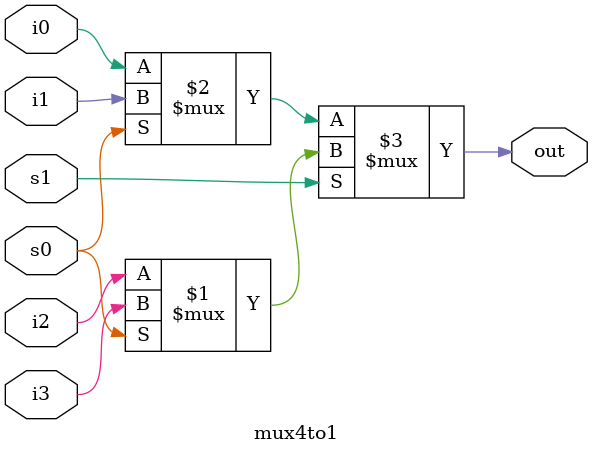
<source format=sv>
`timescale 1ns / 1ps


module mux4to1(input logic i0,i1,i2,i3,s0,s1, output logic out);
    assign out = s1 ? (s0 ? i3: i2) : (s0 ? i1 : i0);
endmodule

</source>
